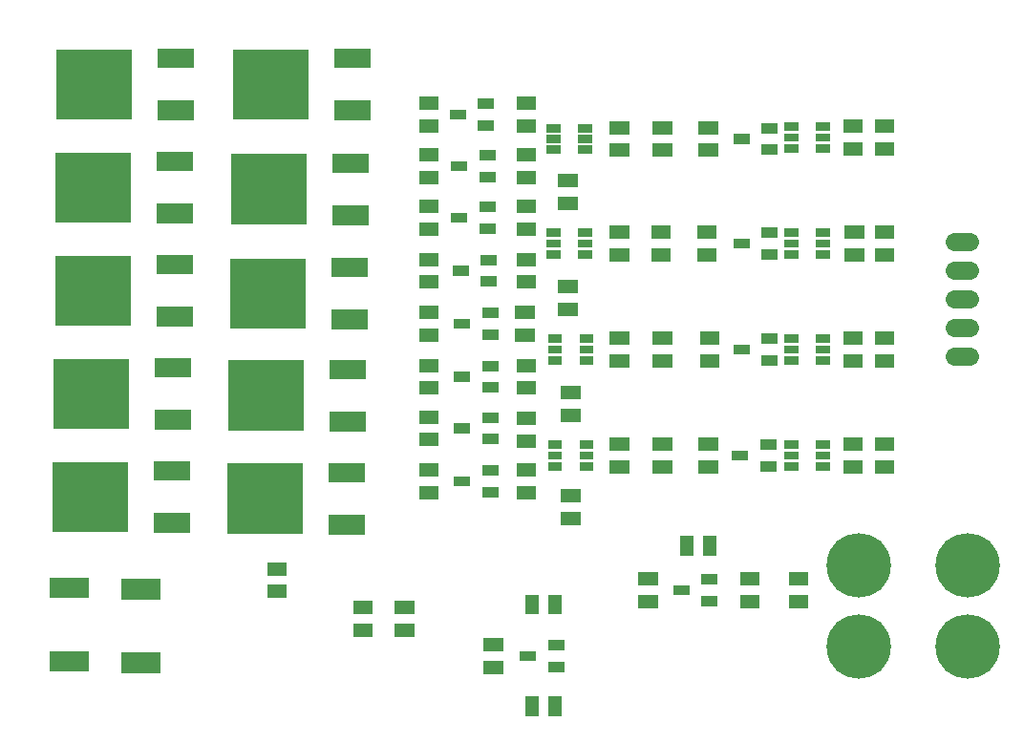
<source format=gts>
G04 Layer: TopSolderMaskLayer*
G04 EasyEDA v6.4.17, 2021-02-25T19:03:03+01:00*
G04 6c0f4fe36ed64f8eba938430e6b1039c,39d5087fc9724a43abff86b671d546b8,10*
G04 Gerber Generator version 0.2*
G04 Scale: 100 percent, Rotated: No, Reflected: No *
G04 Dimensions in millimeters *
G04 leading zeros omitted , absolute positions ,4 integer and 5 decimal *
%FSLAX45Y45*%
%MOMM*%

%ADD31C,1.6256*%
%ADD36C,5.7023*%
%ADD38R,3.2032X1.8032*%

%LPD*%
D31*
X8542020Y-3030601D02*
G01*
X8399779Y-3030601D01*
X8542020Y-2776601D02*
G01*
X8399779Y-2776601D01*
X8542020Y-2522601D02*
G01*
X8399779Y-2522601D01*
X8542020Y-2268601D02*
G01*
X8399779Y-2268601D01*
X8542020Y-2014601D02*
G01*
X8399779Y-2014601D01*
G36*
X4522470Y-4100321D02*
G01*
X4522470Y-3979926D01*
X4697729Y-3979926D01*
X4697729Y-4100321D01*
G37*
G36*
X4522470Y-4300473D02*
G01*
X4522470Y-4180078D01*
X4697729Y-4180078D01*
X4697729Y-4300473D01*
G37*
G36*
X4522470Y-3643121D02*
G01*
X4522470Y-3522726D01*
X4697729Y-3522726D01*
X4697729Y-3643121D01*
G37*
G36*
X4522470Y-3843273D02*
G01*
X4522470Y-3722878D01*
X4697729Y-3722878D01*
X4697729Y-3843273D01*
G37*
G36*
X4522470Y-3173221D02*
G01*
X4522470Y-3052826D01*
X4697729Y-3052826D01*
X4697729Y-3173221D01*
G37*
G36*
X4522470Y-3373373D02*
G01*
X4522470Y-3252978D01*
X4697729Y-3252978D01*
X4697729Y-3373373D01*
G37*
G36*
X4509770Y-2703321D02*
G01*
X4509770Y-2582926D01*
X4685029Y-2582926D01*
X4685029Y-2703321D01*
G37*
G36*
X4509770Y-2903473D02*
G01*
X4509770Y-2783078D01*
X4685029Y-2783078D01*
X4685029Y-2903473D01*
G37*
G36*
X4522470Y-2233421D02*
G01*
X4522470Y-2113026D01*
X4697729Y-2113026D01*
X4697729Y-2233421D01*
G37*
G36*
X4522470Y-2433573D02*
G01*
X4522470Y-2313178D01*
X4697729Y-2313178D01*
X4697729Y-2433573D01*
G37*
G36*
X4522470Y-1763521D02*
G01*
X4522470Y-1643126D01*
X4697729Y-1643126D01*
X4697729Y-1763521D01*
G37*
G36*
X4522470Y-1963673D02*
G01*
X4522470Y-1843278D01*
X4697729Y-1843278D01*
X4697729Y-1963673D01*
G37*
G36*
X4522470Y-1306321D02*
G01*
X4522470Y-1185926D01*
X4697729Y-1185926D01*
X4697729Y-1306321D01*
G37*
G36*
X4522470Y-1506473D02*
G01*
X4522470Y-1386078D01*
X4697729Y-1386078D01*
X4697729Y-1506473D01*
G37*
G36*
X4522470Y-849121D02*
G01*
X4522470Y-728726D01*
X4697729Y-728726D01*
X4697729Y-849121D01*
G37*
G36*
X4522470Y-1049273D02*
G01*
X4522470Y-928878D01*
X4697729Y-928878D01*
X4697729Y-1049273D01*
G37*
G36*
X4790947Y-1237487D02*
G01*
X4790947Y-1162304D01*
X4911343Y-1162304D01*
X4911343Y-1237487D01*
G37*
G36*
X4790947Y-1142492D02*
G01*
X4790947Y-1067307D01*
X4911343Y-1067307D01*
X4911343Y-1142492D01*
G37*
G36*
X4790947Y-1047495D02*
G01*
X4790947Y-972312D01*
X4911343Y-972312D01*
X4911343Y-1047495D01*
G37*
G36*
X5070856Y-1047495D02*
G01*
X5070856Y-972312D01*
X5191252Y-972312D01*
X5191252Y-1047495D01*
G37*
G36*
X5070856Y-1142492D02*
G01*
X5070856Y-1067307D01*
X5191252Y-1067307D01*
X5191252Y-1142492D01*
G37*
G36*
X5070856Y-1237487D02*
G01*
X5070856Y-1162304D01*
X5191252Y-1162304D01*
X5191252Y-1237487D01*
G37*
G36*
X4790947Y-2164587D02*
G01*
X4790947Y-2089404D01*
X4911343Y-2089404D01*
X4911343Y-2164587D01*
G37*
G36*
X4790947Y-2069592D02*
G01*
X4790947Y-1994407D01*
X4911343Y-1994407D01*
X4911343Y-2069592D01*
G37*
G36*
X4790947Y-1974595D02*
G01*
X4790947Y-1899412D01*
X4911343Y-1899412D01*
X4911343Y-1974595D01*
G37*
G36*
X5070856Y-1974595D02*
G01*
X5070856Y-1899412D01*
X5191252Y-1899412D01*
X5191252Y-1974595D01*
G37*
G36*
X5070856Y-2069592D02*
G01*
X5070856Y-1994407D01*
X5191252Y-1994407D01*
X5191252Y-2069592D01*
G37*
G36*
X5070856Y-2164587D02*
G01*
X5070856Y-2089404D01*
X5191252Y-2089404D01*
X5191252Y-2164587D01*
G37*
G36*
X4803647Y-3104387D02*
G01*
X4803647Y-3029204D01*
X4924043Y-3029204D01*
X4924043Y-3104387D01*
G37*
G36*
X4803647Y-3009392D02*
G01*
X4803647Y-2934207D01*
X4924043Y-2934207D01*
X4924043Y-3009392D01*
G37*
G36*
X4803647Y-2914395D02*
G01*
X4803647Y-2839212D01*
X4924043Y-2839212D01*
X4924043Y-2914395D01*
G37*
G36*
X5083556Y-2914395D02*
G01*
X5083556Y-2839212D01*
X5203952Y-2839212D01*
X5203952Y-2914395D01*
G37*
G36*
X5083556Y-3009392D02*
G01*
X5083556Y-2934207D01*
X5203952Y-2934207D01*
X5203952Y-3009392D01*
G37*
G36*
X5083556Y-3104387D02*
G01*
X5083556Y-3029204D01*
X5203952Y-3029204D01*
X5203952Y-3104387D01*
G37*
G36*
X4803647Y-4044187D02*
G01*
X4803647Y-3969004D01*
X4924043Y-3969004D01*
X4924043Y-4044187D01*
G37*
G36*
X4803647Y-3949192D02*
G01*
X4803647Y-3874007D01*
X4924043Y-3874007D01*
X4924043Y-3949192D01*
G37*
G36*
X4803647Y-3854195D02*
G01*
X4803647Y-3779012D01*
X4924043Y-3779012D01*
X4924043Y-3854195D01*
G37*
G36*
X5083556Y-3854195D02*
G01*
X5083556Y-3779012D01*
X5203952Y-3779012D01*
X5203952Y-3854195D01*
G37*
G36*
X5083556Y-3949192D02*
G01*
X5083556Y-3874007D01*
X5203952Y-3874007D01*
X5203952Y-3949192D01*
G37*
G36*
X5083556Y-4044187D02*
G01*
X5083556Y-3969004D01*
X5203952Y-3969004D01*
X5203952Y-4044187D01*
G37*
G36*
X3658870Y-4100321D02*
G01*
X3658870Y-3979926D01*
X3834129Y-3979926D01*
X3834129Y-4100321D01*
G37*
G36*
X3658870Y-4300473D02*
G01*
X3658870Y-4180078D01*
X3834129Y-4180078D01*
X3834129Y-4300473D01*
G37*
G36*
X3658870Y-3173221D02*
G01*
X3658870Y-3052826D01*
X3834129Y-3052826D01*
X3834129Y-3173221D01*
G37*
G36*
X3658870Y-3373373D02*
G01*
X3658870Y-3252978D01*
X3834129Y-3252978D01*
X3834129Y-3373373D01*
G37*
G36*
X3658870Y-3630421D02*
G01*
X3658870Y-3510026D01*
X3834129Y-3510026D01*
X3834129Y-3630421D01*
G37*
G36*
X3658870Y-3830573D02*
G01*
X3658870Y-3710178D01*
X3834129Y-3710178D01*
X3834129Y-3830573D01*
G37*
G36*
X3658870Y-2233421D02*
G01*
X3658870Y-2113026D01*
X3834129Y-2113026D01*
X3834129Y-2233421D01*
G37*
G36*
X3658870Y-2433573D02*
G01*
X3658870Y-2313178D01*
X3834129Y-2313178D01*
X3834129Y-2433573D01*
G37*
G36*
X3658870Y-2703321D02*
G01*
X3658870Y-2582926D01*
X3834129Y-2582926D01*
X3834129Y-2703321D01*
G37*
G36*
X3658870Y-2903473D02*
G01*
X3658870Y-2783078D01*
X3834129Y-2783078D01*
X3834129Y-2903473D01*
G37*
G36*
X3658870Y-1306321D02*
G01*
X3658870Y-1185926D01*
X3834129Y-1185926D01*
X3834129Y-1306321D01*
G37*
G36*
X3658870Y-1506473D02*
G01*
X3658870Y-1386078D01*
X3834129Y-1386078D01*
X3834129Y-1506473D01*
G37*
G36*
X3658870Y-1763521D02*
G01*
X3658870Y-1643126D01*
X3834129Y-1643126D01*
X3834129Y-1763521D01*
G37*
G36*
X3658870Y-1963673D02*
G01*
X3658870Y-1843278D01*
X3834129Y-1843278D01*
X3834129Y-1963673D01*
G37*
G36*
X3658870Y-849121D02*
G01*
X3658870Y-728726D01*
X3834129Y-728726D01*
X3834129Y-849121D01*
G37*
G36*
X3658870Y-1049273D02*
G01*
X3658870Y-928878D01*
X3834129Y-928878D01*
X3834129Y-1049273D01*
G37*
G36*
X3929888Y-934212D02*
G01*
X3929888Y-843787D01*
X4075175Y-843787D01*
X4075175Y-934212D01*
G37*
G36*
X4179824Y-839215D02*
G01*
X4179824Y-748792D01*
X4325111Y-748792D01*
X4325111Y-839215D01*
G37*
G36*
X4179824Y-1029207D02*
G01*
X4179824Y-938784D01*
X4325111Y-938784D01*
X4325111Y-1029207D01*
G37*
G36*
X3942588Y-1391412D02*
G01*
X3942588Y-1300987D01*
X4087875Y-1300987D01*
X4087875Y-1391412D01*
G37*
G36*
X4192524Y-1296415D02*
G01*
X4192524Y-1205992D01*
X4337811Y-1205992D01*
X4337811Y-1296415D01*
G37*
G36*
X4192524Y-1486407D02*
G01*
X4192524Y-1395984D01*
X4337811Y-1395984D01*
X4337811Y-1486407D01*
G37*
G36*
X3942588Y-1848612D02*
G01*
X3942588Y-1758187D01*
X4087875Y-1758187D01*
X4087875Y-1848612D01*
G37*
G36*
X4192524Y-1753615D02*
G01*
X4192524Y-1663192D01*
X4337811Y-1663192D01*
X4337811Y-1753615D01*
G37*
G36*
X4192524Y-1943607D02*
G01*
X4192524Y-1853184D01*
X4337811Y-1853184D01*
X4337811Y-1943607D01*
G37*
G36*
X3955288Y-2318512D02*
G01*
X3955288Y-2228087D01*
X4100575Y-2228087D01*
X4100575Y-2318512D01*
G37*
G36*
X4205224Y-2223515D02*
G01*
X4205224Y-2133092D01*
X4350511Y-2133092D01*
X4350511Y-2223515D01*
G37*
G36*
X4205224Y-2413507D02*
G01*
X4205224Y-2323084D01*
X4350511Y-2323084D01*
X4350511Y-2413507D01*
G37*
G36*
X3967988Y-2788412D02*
G01*
X3967988Y-2697987D01*
X4113275Y-2697987D01*
X4113275Y-2788412D01*
G37*
G36*
X4217924Y-2693415D02*
G01*
X4217924Y-2602992D01*
X4363211Y-2602992D01*
X4363211Y-2693415D01*
G37*
G36*
X4217924Y-2883407D02*
G01*
X4217924Y-2792984D01*
X4363211Y-2792984D01*
X4363211Y-2883407D01*
G37*
G36*
X3967988Y-3258312D02*
G01*
X3967988Y-3167887D01*
X4113275Y-3167887D01*
X4113275Y-3258312D01*
G37*
G36*
X4217924Y-3163315D02*
G01*
X4217924Y-3072892D01*
X4363211Y-3072892D01*
X4363211Y-3163315D01*
G37*
G36*
X4217924Y-3353307D02*
G01*
X4217924Y-3262884D01*
X4363211Y-3262884D01*
X4363211Y-3353307D01*
G37*
G36*
X3967988Y-3715512D02*
G01*
X3967988Y-3625087D01*
X4113275Y-3625087D01*
X4113275Y-3715512D01*
G37*
G36*
X4217924Y-3620515D02*
G01*
X4217924Y-3530092D01*
X4363211Y-3530092D01*
X4363211Y-3620515D01*
G37*
G36*
X4217924Y-3810507D02*
G01*
X4217924Y-3720084D01*
X4363211Y-3720084D01*
X4363211Y-3810507D01*
G37*
G36*
X3967988Y-4185412D02*
G01*
X3967988Y-4094987D01*
X4113275Y-4094987D01*
X4113275Y-4185412D01*
G37*
G36*
X4217924Y-4090415D02*
G01*
X4217924Y-3999992D01*
X4363211Y-3999992D01*
X4363211Y-4090415D01*
G37*
G36*
X4217924Y-4280407D02*
G01*
X4217924Y-4189984D01*
X4363211Y-4189984D01*
X4363211Y-4280407D01*
G37*
G36*
X4890770Y-1735073D02*
G01*
X4890770Y-1614678D01*
X5066029Y-1614678D01*
X5066029Y-1735073D01*
G37*
G36*
X4890770Y-1534921D02*
G01*
X4890770Y-1414526D01*
X5066029Y-1414526D01*
X5066029Y-1534921D01*
G37*
G36*
X4890770Y-2674873D02*
G01*
X4890770Y-2554478D01*
X5066029Y-2554478D01*
X5066029Y-2674873D01*
G37*
G36*
X4890770Y-2474721D02*
G01*
X4890770Y-2354326D01*
X5066029Y-2354326D01*
X5066029Y-2474721D01*
G37*
G36*
X4916170Y-3614673D02*
G01*
X4916170Y-3494278D01*
X5091429Y-3494278D01*
X5091429Y-3614673D01*
G37*
G36*
X4916170Y-3414521D02*
G01*
X4916170Y-3294126D01*
X5091429Y-3294126D01*
X5091429Y-3414521D01*
G37*
G36*
X4916170Y-4529073D02*
G01*
X4916170Y-4408678D01*
X5091429Y-4408678D01*
X5091429Y-4529073D01*
G37*
G36*
X4916170Y-4328921D02*
G01*
X4916170Y-4208526D01*
X5091429Y-4208526D01*
X5091429Y-4328921D01*
G37*
G36*
X7697470Y-3871721D02*
G01*
X7697470Y-3751326D01*
X7872729Y-3751326D01*
X7872729Y-3871721D01*
G37*
G36*
X7697470Y-4071873D02*
G01*
X7697470Y-3951478D01*
X7872729Y-3951478D01*
X7872729Y-4071873D01*
G37*
G36*
X7697470Y-2931921D02*
G01*
X7697470Y-2811526D01*
X7872729Y-2811526D01*
X7872729Y-2931921D01*
G37*
G36*
X7697470Y-3132073D02*
G01*
X7697470Y-3011678D01*
X7872729Y-3011678D01*
X7872729Y-3132073D01*
G37*
G36*
X7697470Y-1992121D02*
G01*
X7697470Y-1871726D01*
X7872729Y-1871726D01*
X7872729Y-1992121D01*
G37*
G36*
X7697470Y-2192273D02*
G01*
X7697470Y-2071878D01*
X7872729Y-2071878D01*
X7872729Y-2192273D01*
G37*
G36*
X7697470Y-1052321D02*
G01*
X7697470Y-931926D01*
X7872729Y-931926D01*
X7872729Y-1052321D01*
G37*
G36*
X7697470Y-1252473D02*
G01*
X7697470Y-1132078D01*
X7872729Y-1132078D01*
X7872729Y-1252473D01*
G37*
G36*
X4230370Y-5649721D02*
G01*
X4230370Y-5529326D01*
X4405629Y-5529326D01*
X4405629Y-5649721D01*
G37*
G36*
X4230370Y-5849873D02*
G01*
X4230370Y-5729478D01*
X4405629Y-5729478D01*
X4405629Y-5849873D01*
G37*
G36*
X6431788Y-3956812D02*
G01*
X6431788Y-3866387D01*
X6577075Y-3866387D01*
X6577075Y-3956812D01*
G37*
G36*
X6681724Y-3861815D02*
G01*
X6681724Y-3771392D01*
X6827011Y-3771392D01*
X6827011Y-3861815D01*
G37*
G36*
X6681724Y-4051807D02*
G01*
X6681724Y-3961384D01*
X6827011Y-3961384D01*
X6827011Y-4051807D01*
G37*
G36*
X6444488Y-3017012D02*
G01*
X6444488Y-2926587D01*
X6589775Y-2926587D01*
X6589775Y-3017012D01*
G37*
G36*
X6694424Y-2922015D02*
G01*
X6694424Y-2831592D01*
X6839711Y-2831592D01*
X6839711Y-2922015D01*
G37*
G36*
X6694424Y-3112007D02*
G01*
X6694424Y-3021584D01*
X6839711Y-3021584D01*
X6839711Y-3112007D01*
G37*
G36*
X6444488Y-2077212D02*
G01*
X6444488Y-1986787D01*
X6589775Y-1986787D01*
X6589775Y-2077212D01*
G37*
G36*
X6694424Y-1982215D02*
G01*
X6694424Y-1891792D01*
X6839711Y-1891792D01*
X6839711Y-1982215D01*
G37*
G36*
X6694424Y-2172207D02*
G01*
X6694424Y-2081784D01*
X6839711Y-2081784D01*
X6839711Y-2172207D01*
G37*
G36*
X6444488Y-1150112D02*
G01*
X6444488Y-1059687D01*
X6589775Y-1059687D01*
X6589775Y-1150112D01*
G37*
G36*
X6694424Y-1055115D02*
G01*
X6694424Y-964692D01*
X6839711Y-964692D01*
X6839711Y-1055115D01*
G37*
G36*
X6694424Y-1245107D02*
G01*
X6694424Y-1154684D01*
X6839711Y-1154684D01*
X6839711Y-1245107D01*
G37*
G36*
X6503670Y-5265673D02*
G01*
X6503670Y-5145278D01*
X6678929Y-5145278D01*
X6678929Y-5265673D01*
G37*
G36*
X6503670Y-5065521D02*
G01*
X6503670Y-4945126D01*
X6678929Y-4945126D01*
X6678929Y-5065521D01*
G37*
G36*
X6173977Y-4799329D02*
G01*
X6173977Y-4624070D01*
X6294374Y-4624070D01*
X6294374Y-4799329D01*
G37*
G36*
X5973825Y-4799329D02*
G01*
X5973825Y-4624070D01*
X6094222Y-4624070D01*
X6094222Y-4799329D01*
G37*
G36*
X4602225Y-5320029D02*
G01*
X4602225Y-5144770D01*
X4722622Y-5144770D01*
X4722622Y-5320029D01*
G37*
G36*
X4802377Y-5320029D02*
G01*
X4802377Y-5144770D01*
X4922774Y-5144770D01*
X4922774Y-5320029D01*
G37*
G36*
X3442970Y-5519673D02*
G01*
X3442970Y-5399278D01*
X3618229Y-5399278D01*
X3618229Y-5519673D01*
G37*
G36*
X3442970Y-5319521D02*
G01*
X3442970Y-5199126D01*
X3618229Y-5199126D01*
X3618229Y-5319521D01*
G37*
G36*
X5601970Y-5265673D02*
G01*
X5601970Y-5145278D01*
X5777229Y-5145278D01*
X5777229Y-5265673D01*
G37*
G36*
X5601970Y-5065521D02*
G01*
X5601970Y-4945126D01*
X5777229Y-4945126D01*
X5777229Y-5065521D01*
G37*
G36*
X3074670Y-5519673D02*
G01*
X3074670Y-5399278D01*
X3249929Y-5399278D01*
X3249929Y-5519673D01*
G37*
G36*
X3074670Y-5319521D02*
G01*
X3074670Y-5199126D01*
X3249929Y-5199126D01*
X3249929Y-5319521D01*
G37*
G36*
X6935470Y-5065521D02*
G01*
X6935470Y-4945126D01*
X7110729Y-4945126D01*
X7110729Y-5065521D01*
G37*
G36*
X6935470Y-5265673D02*
G01*
X6935470Y-5145278D01*
X7110729Y-5145278D01*
X7110729Y-5265673D01*
G37*
G36*
X4802377Y-6221729D02*
G01*
X4802377Y-6046470D01*
X4922774Y-6046470D01*
X4922774Y-6221729D01*
G37*
G36*
X4602225Y-6221729D02*
G01*
X4602225Y-6046470D01*
X4722622Y-6046470D01*
X4722622Y-6221729D01*
G37*
G36*
X6161024Y-5245607D02*
G01*
X6161024Y-5155184D01*
X6306311Y-5155184D01*
X6306311Y-5245607D01*
G37*
G36*
X6161024Y-5055615D02*
G01*
X6161024Y-4965192D01*
X6306311Y-4965192D01*
X6306311Y-5055615D01*
G37*
G36*
X5911088Y-5150612D02*
G01*
X5911088Y-5060187D01*
X6056375Y-5060187D01*
X6056375Y-5150612D01*
G37*
G36*
X4802124Y-5829807D02*
G01*
X4802124Y-5739384D01*
X4947411Y-5739384D01*
X4947411Y-5829807D01*
G37*
G36*
X4802124Y-5639815D02*
G01*
X4802124Y-5549392D01*
X4947411Y-5549392D01*
X4947411Y-5639815D01*
G37*
G36*
X4552188Y-5734812D02*
G01*
X4552188Y-5644387D01*
X4697475Y-5644387D01*
X4697475Y-5734812D01*
G37*
G36*
X7179056Y-3854195D02*
G01*
X7179056Y-3779012D01*
X7299452Y-3779012D01*
X7299452Y-3854195D01*
G37*
G36*
X7179056Y-3949192D02*
G01*
X7179056Y-3874007D01*
X7299452Y-3874007D01*
X7299452Y-3949192D01*
G37*
G36*
X7179056Y-4044187D02*
G01*
X7179056Y-3969004D01*
X7299452Y-3969004D01*
X7299452Y-4044187D01*
G37*
G36*
X6899147Y-4044187D02*
G01*
X6899147Y-3969004D01*
X7019543Y-3969004D01*
X7019543Y-4044187D01*
G37*
G36*
X6899147Y-3949192D02*
G01*
X6899147Y-3874007D01*
X7019543Y-3874007D01*
X7019543Y-3949192D01*
G37*
G36*
X6899147Y-3854195D02*
G01*
X6899147Y-3779012D01*
X7019543Y-3779012D01*
X7019543Y-3854195D01*
G37*
G36*
X7179056Y-2914395D02*
G01*
X7179056Y-2839212D01*
X7299452Y-2839212D01*
X7299452Y-2914395D01*
G37*
G36*
X7179056Y-3009392D02*
G01*
X7179056Y-2934207D01*
X7299452Y-2934207D01*
X7299452Y-3009392D01*
G37*
G36*
X7179056Y-3104387D02*
G01*
X7179056Y-3029204D01*
X7299452Y-3029204D01*
X7299452Y-3104387D01*
G37*
G36*
X6899147Y-3104387D02*
G01*
X6899147Y-3029204D01*
X7019543Y-3029204D01*
X7019543Y-3104387D01*
G37*
G36*
X6899147Y-3009392D02*
G01*
X6899147Y-2934207D01*
X7019543Y-2934207D01*
X7019543Y-3009392D01*
G37*
G36*
X6899147Y-2914395D02*
G01*
X6899147Y-2839212D01*
X7019543Y-2839212D01*
X7019543Y-2914395D01*
G37*
G36*
X7179056Y-1974595D02*
G01*
X7179056Y-1899412D01*
X7299452Y-1899412D01*
X7299452Y-1974595D01*
G37*
G36*
X7179056Y-2069592D02*
G01*
X7179056Y-1994407D01*
X7299452Y-1994407D01*
X7299452Y-2069592D01*
G37*
G36*
X7179056Y-2164587D02*
G01*
X7179056Y-2089404D01*
X7299452Y-2089404D01*
X7299452Y-2164587D01*
G37*
G36*
X6899147Y-2164587D02*
G01*
X6899147Y-2089404D01*
X7019543Y-2089404D01*
X7019543Y-2164587D01*
G37*
G36*
X6899147Y-2069592D02*
G01*
X6899147Y-1994407D01*
X7019543Y-1994407D01*
X7019543Y-2069592D01*
G37*
G36*
X6899147Y-1974595D02*
G01*
X6899147Y-1899412D01*
X7019543Y-1899412D01*
X7019543Y-1974595D01*
G37*
G36*
X7179056Y-1034795D02*
G01*
X7179056Y-959612D01*
X7299452Y-959612D01*
X7299452Y-1034795D01*
G37*
G36*
X7179056Y-1129792D02*
G01*
X7179056Y-1054607D01*
X7299452Y-1054607D01*
X7299452Y-1129792D01*
G37*
G36*
X7179056Y-1224787D02*
G01*
X7179056Y-1149604D01*
X7299452Y-1149604D01*
X7299452Y-1224787D01*
G37*
G36*
X6899147Y-1224787D02*
G01*
X6899147Y-1149604D01*
X7019543Y-1149604D01*
X7019543Y-1224787D01*
G37*
G36*
X6899147Y-1129792D02*
G01*
X6899147Y-1054607D01*
X7019543Y-1054607D01*
X7019543Y-1129792D01*
G37*
G36*
X6899147Y-1034795D02*
G01*
X6899147Y-959612D01*
X7019543Y-959612D01*
X7019543Y-1034795D01*
G37*
G36*
X5728970Y-1065021D02*
G01*
X5728970Y-944626D01*
X5904229Y-944626D01*
X5904229Y-1065021D01*
G37*
G36*
X5728970Y-1265173D02*
G01*
X5728970Y-1144778D01*
X5904229Y-1144778D01*
X5904229Y-1265173D01*
G37*
G36*
X6135370Y-1065021D02*
G01*
X6135370Y-944626D01*
X6310629Y-944626D01*
X6310629Y-1065021D01*
G37*
G36*
X6135370Y-1265173D02*
G01*
X6135370Y-1144778D01*
X6310629Y-1144778D01*
X6310629Y-1265173D01*
G37*
G36*
X5716270Y-1992121D02*
G01*
X5716270Y-1871726D01*
X5891529Y-1871726D01*
X5891529Y-1992121D01*
G37*
G36*
X5716270Y-2192273D02*
G01*
X5716270Y-2071878D01*
X5891529Y-2071878D01*
X5891529Y-2192273D01*
G37*
G36*
X6122670Y-1992121D02*
G01*
X6122670Y-1871726D01*
X6297929Y-1871726D01*
X6297929Y-1992121D01*
G37*
G36*
X6122670Y-2192273D02*
G01*
X6122670Y-2071878D01*
X6297929Y-2071878D01*
X6297929Y-2192273D01*
G37*
G36*
X5728970Y-2931921D02*
G01*
X5728970Y-2811526D01*
X5904229Y-2811526D01*
X5904229Y-2931921D01*
G37*
G36*
X5728970Y-3132073D02*
G01*
X5728970Y-3011678D01*
X5904229Y-3011678D01*
X5904229Y-3132073D01*
G37*
G36*
X6148070Y-2931921D02*
G01*
X6148070Y-2811526D01*
X6323329Y-2811526D01*
X6323329Y-2931921D01*
G37*
G36*
X6148070Y-3132073D02*
G01*
X6148070Y-3011678D01*
X6323329Y-3011678D01*
X6323329Y-3132073D01*
G37*
G36*
X5728970Y-3871721D02*
G01*
X5728970Y-3751326D01*
X5904229Y-3751326D01*
X5904229Y-3871721D01*
G37*
G36*
X5728970Y-4071873D02*
G01*
X5728970Y-3951478D01*
X5904229Y-3951478D01*
X5904229Y-4071873D01*
G37*
G36*
X6135370Y-3871721D02*
G01*
X6135370Y-3751326D01*
X6310629Y-3751326D01*
X6310629Y-3871721D01*
G37*
G36*
X6135370Y-4071873D02*
G01*
X6135370Y-3951478D01*
X6310629Y-3951478D01*
X6310629Y-4071873D01*
G37*
G36*
X5347970Y-1265173D02*
G01*
X5347970Y-1144778D01*
X5523229Y-1144778D01*
X5523229Y-1265173D01*
G37*
G36*
X5347970Y-1065021D02*
G01*
X5347970Y-944626D01*
X5523229Y-944626D01*
X5523229Y-1065021D01*
G37*
G36*
X5347970Y-2192273D02*
G01*
X5347970Y-2071878D01*
X5523229Y-2071878D01*
X5523229Y-2192273D01*
G37*
G36*
X5347970Y-1992121D02*
G01*
X5347970Y-1871726D01*
X5523229Y-1871726D01*
X5523229Y-1992121D01*
G37*
G36*
X5347970Y-3132073D02*
G01*
X5347970Y-3011678D01*
X5523229Y-3011678D01*
X5523229Y-3132073D01*
G37*
G36*
X5347970Y-2931921D02*
G01*
X5347970Y-2811526D01*
X5523229Y-2811526D01*
X5523229Y-2931921D01*
G37*
G36*
X5347970Y-4071873D02*
G01*
X5347970Y-3951478D01*
X5523229Y-3951478D01*
X5523229Y-4071873D01*
G37*
G36*
X5347970Y-3871721D02*
G01*
X5347970Y-3751326D01*
X5523229Y-3751326D01*
X5523229Y-3871721D01*
G37*
G36*
X7418070Y-3871721D02*
G01*
X7418070Y-3751326D01*
X7593329Y-3751326D01*
X7593329Y-3871721D01*
G37*
G36*
X7418070Y-4071873D02*
G01*
X7418070Y-3951478D01*
X7593329Y-3951478D01*
X7593329Y-4071873D01*
G37*
G36*
X7418070Y-2931921D02*
G01*
X7418070Y-2811526D01*
X7593329Y-2811526D01*
X7593329Y-2931921D01*
G37*
G36*
X7418070Y-3132073D02*
G01*
X7418070Y-3011678D01*
X7593329Y-3011678D01*
X7593329Y-3132073D01*
G37*
G36*
X7430770Y-1992121D02*
G01*
X7430770Y-1871726D01*
X7606029Y-1871726D01*
X7606029Y-1992121D01*
G37*
G36*
X7430770Y-2192273D02*
G01*
X7430770Y-2071878D01*
X7606029Y-2071878D01*
X7606029Y-2192273D01*
G37*
G36*
X7418070Y-1052321D02*
G01*
X7418070Y-931926D01*
X7593329Y-931926D01*
X7593329Y-1052321D01*
G37*
G36*
X7418070Y-1252473D02*
G01*
X7418070Y-1132078D01*
X7593329Y-1132078D01*
X7593329Y-1252473D01*
G37*
G36*
X2312670Y-4976621D02*
G01*
X2312670Y-4856226D01*
X2487929Y-4856226D01*
X2487929Y-4976621D01*
G37*
G36*
X2312670Y-5176773D02*
G01*
X2312670Y-5056378D01*
X2487929Y-5056378D01*
X2487929Y-5176773D01*
G37*
D36*
G01*
X8521700Y-5605094D03*
G01*
X8521700Y-4885105D03*
G01*
X7556500Y-5605094D03*
G01*
X7556500Y-4885105D03*
G36*
X446278Y-932434D02*
G01*
X446278Y-312165D01*
X1116584Y-312165D01*
X1116584Y-932434D01*
G37*
G36*
X1344676Y-942594D02*
G01*
X1344676Y-762254D01*
X1664970Y-762254D01*
X1664970Y-942594D01*
G37*
D38*
G01*
X1504061Y-392429D03*
G36*
X433578Y-1846834D02*
G01*
X433578Y-1226565D01*
X1103884Y-1226565D01*
X1103884Y-1846834D01*
G37*
G36*
X1331976Y-1856994D02*
G01*
X1331976Y-1676654D01*
X1652270Y-1676654D01*
X1652270Y-1856994D01*
G37*
G01*
X1491361Y-1306829D03*
G36*
X433578Y-2761234D02*
G01*
X433578Y-2140965D01*
X1103884Y-2140965D01*
X1103884Y-2761234D01*
G37*
G36*
X1331976Y-2771394D02*
G01*
X1331976Y-2591054D01*
X1652270Y-2591054D01*
X1652270Y-2771394D01*
G37*
G01*
X1491361Y-2221229D03*
G36*
X2008377Y-932434D02*
G01*
X2008377Y-312165D01*
X2678684Y-312165D01*
X2678684Y-932434D01*
G37*
G36*
X2906775Y-942594D02*
G01*
X2906775Y-762254D01*
X3227070Y-762254D01*
X3227070Y-942594D01*
G37*
G01*
X3066161Y-392429D03*
G36*
X1995677Y-1859534D02*
G01*
X1995677Y-1239265D01*
X2665984Y-1239265D01*
X2665984Y-1859534D01*
G37*
G36*
X2894075Y-1869694D02*
G01*
X2894075Y-1689354D01*
X3214370Y-1689354D01*
X3214370Y-1869694D01*
G37*
G01*
X3053461Y-1319529D03*
G36*
X1982977Y-2786634D02*
G01*
X1982977Y-2166365D01*
X2653284Y-2166365D01*
X2653284Y-2786634D01*
G37*
G36*
X2881375Y-2796794D02*
G01*
X2881375Y-2616454D01*
X3201670Y-2616454D01*
X3201670Y-2796794D01*
G37*
G01*
X3040761Y-2246629D03*
G36*
X420878Y-3675634D02*
G01*
X420878Y-3055365D01*
X1091184Y-3055365D01*
X1091184Y-3675634D01*
G37*
G36*
X1319276Y-3685794D02*
G01*
X1319276Y-3505454D01*
X1639570Y-3505454D01*
X1639570Y-3685794D01*
G37*
G01*
X1478661Y-3135629D03*
G36*
X1970277Y-3688334D02*
G01*
X1970277Y-3068065D01*
X2640584Y-3068065D01*
X2640584Y-3688334D01*
G37*
G36*
X2868675Y-3698494D02*
G01*
X2868675Y-3518154D01*
X3188970Y-3518154D01*
X3188970Y-3698494D01*
G37*
G01*
X3028061Y-3148329D03*
G36*
X408178Y-4590034D02*
G01*
X408178Y-3969765D01*
X1078484Y-3969765D01*
X1078484Y-4590034D01*
G37*
G36*
X1306576Y-4600194D02*
G01*
X1306576Y-4419854D01*
X1626870Y-4419854D01*
X1626870Y-4600194D01*
G37*
G01*
X1465961Y-4050029D03*
G36*
X1957577Y-4602734D02*
G01*
X1957577Y-3982465D01*
X2627884Y-3982465D01*
X2627884Y-4602734D01*
G37*
G36*
X2855975Y-4612894D02*
G01*
X2855975Y-4432554D01*
X3176270Y-4432554D01*
X3176270Y-4612894D01*
G37*
G01*
X3015361Y-4062729D03*
G36*
X1018539Y-5837936D02*
G01*
X1018539Y-5657850D01*
X1368805Y-5657850D01*
X1368805Y-5837936D01*
G37*
G36*
X1018539Y-5187950D02*
G01*
X1018539Y-5007610D01*
X1368805Y-5007610D01*
X1368805Y-5187950D01*
G37*
G36*
X383539Y-5825236D02*
G01*
X383539Y-5645150D01*
X733805Y-5645150D01*
X733805Y-5825236D01*
G37*
G36*
X383539Y-5175250D02*
G01*
X383539Y-4994910D01*
X733805Y-4994910D01*
X733805Y-5175250D01*
G37*
M02*

</source>
